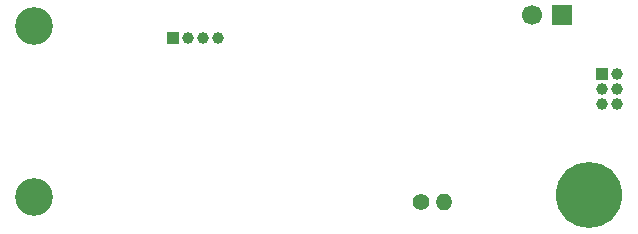
<source format=gbs>
G04 #@! TF.GenerationSoftware,KiCad,Pcbnew,9.0.1-9.0.1-0~ubuntu22.04.1*
G04 #@! TF.CreationDate,2025-06-25T02:31:39+02:00*
G04 #@! TF.ProjectId,powermeter2.1,706f7765-726d-4657-9465-72322e312e6b,rev?*
G04 #@! TF.SameCoordinates,Original*
G04 #@! TF.FileFunction,Soldermask,Bot*
G04 #@! TF.FilePolarity,Negative*
%FSLAX46Y46*%
G04 Gerber Fmt 4.6, Leading zero omitted, Abs format (unit mm)*
G04 Created by KiCad (PCBNEW 9.0.1-9.0.1-0~ubuntu22.04.1) date 2025-06-25 02:31:39*
%MOMM*%
%LPD*%
G01*
G04 APERTURE LIST*
%ADD10R,1.000000X1.000000*%
%ADD11C,1.000000*%
%ADD12C,3.200000*%
%ADD13R,1.700000X1.700000*%
%ADD14C,1.700000*%
%ADD15C,1.400000*%
%ADD16O,1.400000X1.400000*%
%ADD17C,5.600000*%
G04 APERTURE END LIST*
D10*
X168880000Y-113710000D03*
D11*
X170150000Y-113710000D03*
X168880000Y-114980000D03*
X170150000Y-114980000D03*
X168880000Y-116250000D03*
X170150000Y-116250000D03*
D10*
X132500000Y-110687500D03*
D11*
X133770000Y-110687500D03*
X135040000Y-110687500D03*
X136310000Y-110687500D03*
D12*
X120775000Y-124125000D03*
D13*
X165475000Y-108750000D03*
D14*
X162935000Y-108750000D03*
D15*
X153545000Y-124525000D03*
D16*
X155445000Y-124525000D03*
D17*
X167725000Y-124000000D03*
D12*
X120775000Y-109625000D03*
M02*

</source>
